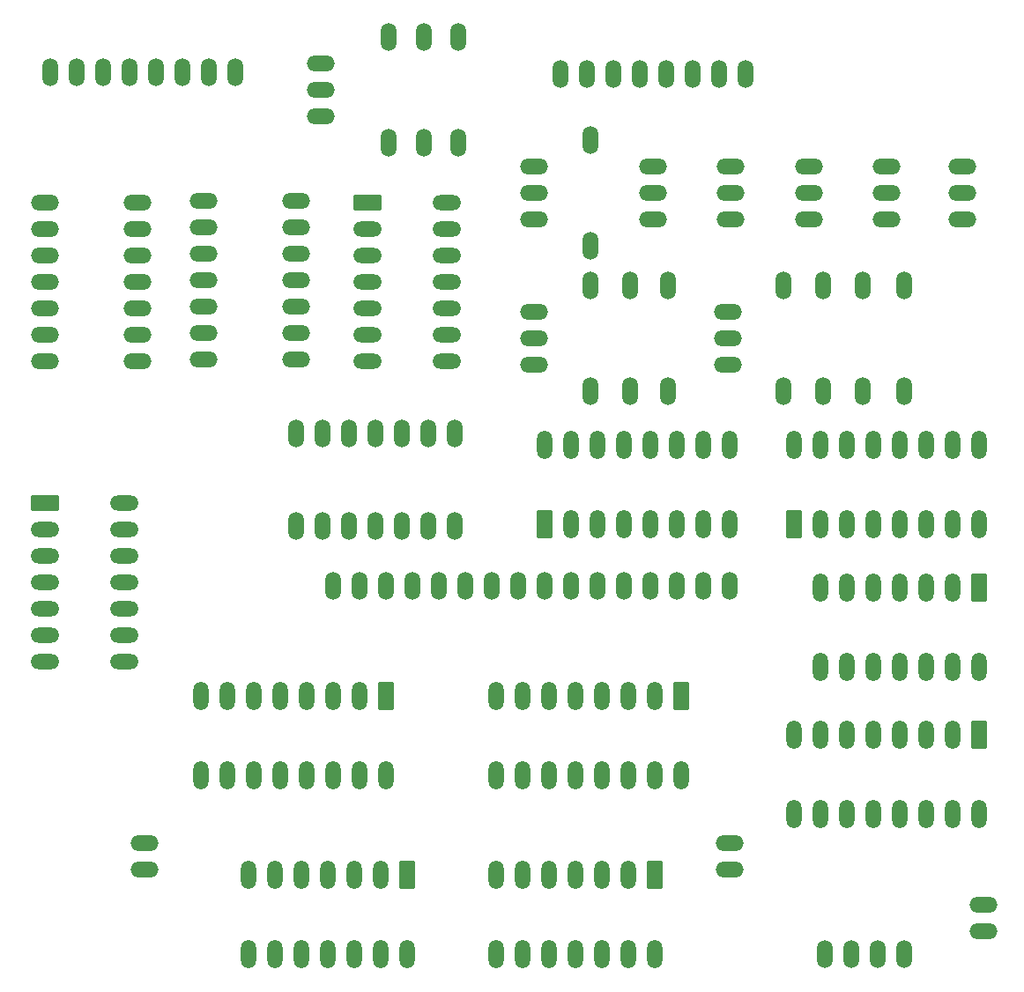
<source format=gbr>
G04 --- HEADER BEGIN --- *
G04 #@! TF.GenerationSoftware,LibrePCB,LibrePCB,1.0.0*
G04 #@! TF.CreationDate,2024-03-25T10:59:42*
G04 #@! TF.ProjectId,coco2 ps2 marriage,d66203e6-877b-4e41-8959-41fb69d6a211,v1*
G04 #@! TF.Part,Single*
G04 #@! TF.SameCoordinates*
G04 #@! TF.FileFunction,Soldermask,Top*
G04 #@! TF.FilePolarity,Negative*
%FSLAX66Y66*%
%MOMM*%
G01*
G75*
G04 --- HEADER END --- *
G04 --- APERTURE LIST BEGIN --- *
%ADD10O,1.47X2.74*%
%AMROUNDEDRECT11*20,1,1.47,-1.27,0.0,1.27,0.0,90.0*20,1,1.27,-1.37,0.0,1.37,0.0,90.0*1,1,0.2,-0.635,-1.27*1,1,0.2,-0.635,1.27*1,1,0.2,0.635,1.27*1,1,0.2,0.635,-1.27*%
%ADD11ROUNDEDRECT11*%
%ADD12O,1.5X2.7*%
%ADD13O,2.7X1.5*%
%ADD14O,2.74X1.47*%
%AMROUNDEDRECT15*20,1,1.47,-1.27,0.0,1.27,0.0,0.0*20,1,1.27,-1.37,0.0,1.37,0.0,0.0*1,1,0.2,-1.27,0.635*1,1,0.2,1.27,0.635*1,1,0.2,1.27,-0.635*1,1,0.2,-1.27,-0.635*%
%ADD15ROUNDEDRECT15*%
G04 --- APERTURE LIST END --- *
G04 --- BOARD BEGIN --- *
D10*
G04 #@! TO.C,U4*
X55086250Y25241250D03*
X67786250Y17621250D03*
X52546250Y17621250D03*
D11*
X67786250Y25241250D03*
D10*
X52546250Y25241250D03*
X62706250Y25241250D03*
X65246250Y25241250D03*
X62706250Y17621250D03*
X50006250Y25241250D03*
X60166250Y17621250D03*
X65246250Y17621250D03*
X57626250Y25241250D03*
X57626250Y17621250D03*
X60166250Y25241250D03*
X55086250Y17621250D03*
X50006250Y17621250D03*
D12*
G04 #@! TO.C,J3*
X68897500Y85090000D03*
X71437500Y85090000D03*
X61277500Y85090000D03*
X73977500Y85090000D03*
X66357500Y85090000D03*
X56197500Y85090000D03*
X58737500Y85090000D03*
X63817500Y85090000D03*
D10*
G04 #@! TO.C,U6*
X31273750Y476250D03*
X38893750Y8096250D03*
X33813750Y476250D03*
X38893750Y476250D03*
X28733750Y8096250D03*
X36353750Y476250D03*
X26193750Y8096250D03*
X28733750Y476250D03*
X41433750Y476250D03*
D11*
X41433750Y8096250D03*
D10*
X31273750Y8096250D03*
X36353750Y8096250D03*
X33813750Y8096250D03*
X26193750Y476250D03*
D13*
G04 #@! TO.C,U10*
X30797500Y60166250D03*
X21907500Y70326250D03*
X30797500Y62706250D03*
X30797500Y67786250D03*
X21907500Y72866250D03*
X30797500Y65246250D03*
X21907500Y60166250D03*
X30797500Y57626250D03*
X30797500Y72866250D03*
X30797500Y70326250D03*
X21907500Y57626250D03*
X21907500Y67786250D03*
X21907500Y62706250D03*
X21907500Y65246250D03*
G04 #@! TO.C,Q4*
X33178750Y86042500D03*
X33178750Y80962500D03*
X33178750Y83502500D03*
D12*
G04 #@! TO.C,R6*
X77628750Y54610000D03*
X77628750Y64770000D03*
D10*
G04 #@! TO.C,U7*
X91281250Y41751250D03*
X78581250Y49371250D03*
X93821250Y49371250D03*
D11*
X78581250Y41751250D03*
D10*
X93821250Y41751250D03*
X83661250Y41751250D03*
X81121250Y41751250D03*
X83661250Y49371250D03*
X96361250Y41751250D03*
X86201250Y49371250D03*
X81121250Y49371250D03*
X88741250Y41751250D03*
X88741250Y49371250D03*
X86201250Y41751250D03*
X91281250Y49371250D03*
X96361250Y49371250D03*
D13*
G04 #@! TO.C,U12*
X15557500Y60007500D03*
X6667500Y70167500D03*
X15557500Y62547500D03*
X15557500Y67627500D03*
X6667500Y72707500D03*
X15557500Y65087500D03*
X6667500Y60007500D03*
X15557500Y57467500D03*
X15557500Y72707500D03*
X15557500Y70167500D03*
X6667500Y57467500D03*
X6667500Y67627500D03*
X6667500Y62547500D03*
X6667500Y65087500D03*
G04 #@! TO.C,J1*
X16192500Y8572500D03*
X16192500Y11112500D03*
D12*
G04 #@! TO.C,J4*
X81597500Y476250D03*
X86677500Y476250D03*
X84137500Y476250D03*
X89217500Y476250D03*
D13*
G04 #@! TO.C,Q1*
X53657500Y71120000D03*
X53657500Y76200000D03*
X53657500Y73660000D03*
D12*
G04 #@! TO.C,R2*
X46355000Y78422500D03*
X46355000Y88582500D03*
D13*
G04 #@! TO.C,Q6*
X65087500Y71120000D03*
X65087500Y76200000D03*
X65087500Y73660000D03*
D12*
G04 #@! TO.C,R11*
X59055000Y68580000D03*
X59055000Y78740000D03*
D14*
G04 #@! TO.C,U8*
X45243750Y62547500D03*
X37623750Y70167500D03*
X45243750Y65087500D03*
X45243750Y70167500D03*
X37623750Y60007500D03*
X45243750Y67627500D03*
X37623750Y57467500D03*
X45243750Y60007500D03*
X45243750Y72707500D03*
D15*
X37623750Y72707500D03*
D14*
X37623750Y62547500D03*
X37623750Y67627500D03*
X37623750Y65087500D03*
X45243750Y57467500D03*
D10*
G04 #@! TO.C,U5*
X83661250Y21590000D03*
X96361250Y13970000D03*
X81121250Y13970000D03*
D11*
X96361250Y21590000D03*
D10*
X81121250Y21590000D03*
X91281250Y21590000D03*
X93821250Y21590000D03*
X91281250Y13970000D03*
X78581250Y21590000D03*
X88741250Y13970000D03*
X93821250Y13970000D03*
X86201250Y21590000D03*
X86201250Y13970000D03*
X88741250Y21590000D03*
X83661250Y13970000D03*
X78581250Y13970000D03*
D13*
G04 #@! TO.C,Q5*
X80010000Y71120000D03*
X80010000Y76200000D03*
X80010000Y73660000D03*
D12*
G04 #@! TO.C,J6*
X69850000Y35877500D03*
X52070000Y35877500D03*
X67310000Y35877500D03*
X59690000Y35877500D03*
X41910000Y35877500D03*
X57150000Y35877500D03*
X54610000Y35877500D03*
X62230000Y35877500D03*
X46990000Y35877500D03*
X44450000Y35877500D03*
X39370000Y35877500D03*
X49530000Y35877500D03*
X72390000Y35877500D03*
X64770000Y35877500D03*
X36830000Y35877500D03*
X34290000Y35877500D03*
D13*
G04 #@! TO.C,Q2*
X87471250Y71120000D03*
X87471250Y76200000D03*
X87471250Y73660000D03*
D12*
G04 #@! TO.C,R3*
X89217500Y54610000D03*
X89217500Y64770000D03*
G04 #@! TO.C,RA1*
X33337500Y41592500D03*
X43497500Y50482500D03*
X35877500Y41592500D03*
X40957500Y41592500D03*
X46037500Y50482500D03*
X38417500Y41592500D03*
X33337500Y50482500D03*
X30797500Y41592500D03*
X46037500Y41592500D03*
X43497500Y41592500D03*
X30797500Y50482500D03*
X40957500Y50482500D03*
X35877500Y50482500D03*
X38417500Y50482500D03*
D13*
G04 #@! TO.C,Q3*
X94773750Y71120000D03*
X94773750Y76200000D03*
X94773750Y73660000D03*
D12*
G04 #@! TO.C,J5*
X19843750Y85248750D03*
X22383750Y85248750D03*
X12223750Y85248750D03*
X24923750Y85248750D03*
X17303750Y85248750D03*
X7143750Y85248750D03*
X9683750Y85248750D03*
X14763750Y85248750D03*
D13*
G04 #@! TO.C,Q9*
X72548750Y71120000D03*
X72548750Y76200000D03*
X72548750Y73660000D03*
D12*
G04 #@! TO.C,R5*
X81438750Y54610000D03*
X81438750Y64770000D03*
G04 #@! TO.C,R1*
X39687500Y78422500D03*
X39687500Y88582500D03*
G04 #@! TO.C,R9*
X62865000Y54610000D03*
X62865000Y64770000D03*
D14*
G04 #@! TO.C,U9*
X14287500Y33655000D03*
X6667500Y41275000D03*
X14287500Y36195000D03*
X14287500Y41275000D03*
X6667500Y31115000D03*
X14287500Y38735000D03*
X6667500Y28575000D03*
X14287500Y31115000D03*
X14287500Y43815000D03*
D15*
X6667500Y43815000D03*
D14*
X6667500Y33655000D03*
X6667500Y38735000D03*
X6667500Y36195000D03*
X14287500Y28575000D03*
D13*
G04 #@! TO.C,Q8*
X53657500Y57150000D03*
X53657500Y62230000D03*
X53657500Y59690000D03*
G04 #@! TO.C,J2*
X96837500Y2698750D03*
X96837500Y5238750D03*
D12*
G04 #@! TO.C,R4*
X85248750Y54610000D03*
X85248750Y64770000D03*
G04 #@! TO.C,R8*
X66516250Y54610000D03*
X66516250Y64770000D03*
D10*
G04 #@! TO.C,U1*
X55086250Y476250D03*
X62706250Y8096250D03*
X57626250Y476250D03*
X62706250Y476250D03*
X52546250Y8096250D03*
X60166250Y476250D03*
X50006250Y8096250D03*
X52546250Y476250D03*
X65246250Y476250D03*
D11*
X65246250Y8096250D03*
D10*
X55086250Y8096250D03*
X60166250Y8096250D03*
X57626250Y8096250D03*
X50006250Y476250D03*
D12*
G04 #@! TO.C,R10*
X59055000Y54610000D03*
X59055000Y64770000D03*
G04 #@! TO.C,R7*
X43021250Y78422500D03*
X43021250Y88582500D03*
D10*
G04 #@! TO.C,U3*
X26670000Y25241250D03*
X39370000Y17621250D03*
X24130000Y17621250D03*
D11*
X39370000Y25241250D03*
D10*
X24130000Y25241250D03*
X34290000Y25241250D03*
X36830000Y25241250D03*
X34290000Y17621250D03*
X21590000Y25241250D03*
X31750000Y17621250D03*
X36830000Y17621250D03*
X29210000Y25241250D03*
X29210000Y17621250D03*
X31750000Y25241250D03*
X26670000Y17621250D03*
X21590000Y17621250D03*
D13*
G04 #@! TO.C,Q7*
X72231250Y57150000D03*
X72231250Y62230000D03*
X72231250Y59690000D03*
G04 #@! TO.C,J7*
X72390000Y8572500D03*
X72390000Y11112500D03*
D10*
G04 #@! TO.C,U11*
X86201250Y28098750D03*
X93821250Y35718750D03*
X88741250Y28098750D03*
X93821250Y28098750D03*
X83661250Y35718750D03*
X91281250Y28098750D03*
X81121250Y35718750D03*
X83661250Y28098750D03*
X96361250Y28098750D03*
D11*
X96361250Y35718750D03*
D10*
X86201250Y35718750D03*
X91281250Y35718750D03*
X88741250Y35718750D03*
X81121250Y28098750D03*
G04 #@! TO.C,U2*
X67310000Y41751250D03*
X54610000Y49371250D03*
X69850000Y49371250D03*
D11*
X54610000Y41751250D03*
D10*
X69850000Y41751250D03*
X59690000Y41751250D03*
X57150000Y41751250D03*
X59690000Y49371250D03*
X72390000Y41751250D03*
X62230000Y49371250D03*
X57150000Y49371250D03*
X64770000Y41751250D03*
X64770000Y49371250D03*
X62230000Y41751250D03*
X67310000Y49371250D03*
X72390000Y49371250D03*
G04 --- BOARD END --- *
G04 #@! TF.MD5,489e0b0e9ab91fa7edd11329c11138ae*
M02*

</source>
